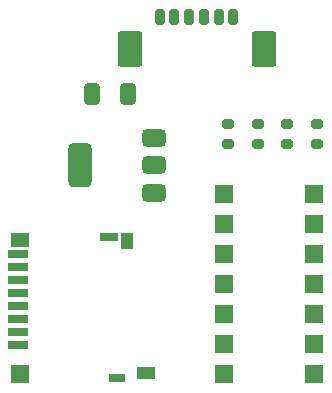
<source format=gbr>
%TF.GenerationSoftware,KiCad,Pcbnew,8.0.5-8.0.5-0~ubuntu20.04.1*%
%TF.CreationDate,2024-10-10T12:20:46-03:00*%
%TF.ProjectId,MicroSD,4d696372-6f53-4442-9e6b-696361645f70,Luis G_mez*%
%TF.SameCoordinates,Original*%
%TF.FileFunction,Paste,Top*%
%TF.FilePolarity,Positive*%
%FSLAX46Y46*%
G04 Gerber Fmt 4.6, Leading zero omitted, Abs format (unit mm)*
G04 Created by KiCad (PCBNEW 8.0.5-8.0.5-0~ubuntu20.04.1) date 2024-10-10 12:20:46*
%MOMM*%
%LPD*%
G01*
G04 APERTURE LIST*
G04 Aperture macros list*
%AMRoundRect*
0 Rectangle with rounded corners*
0 $1 Rounding radius*
0 $2 $3 $4 $5 $6 $7 $8 $9 X,Y pos of 4 corners*
0 Add a 4 corners polygon primitive as box body*
4,1,4,$2,$3,$4,$5,$6,$7,$8,$9,$2,$3,0*
0 Add four circle primitives for the rounded corners*
1,1,$1+$1,$2,$3*
1,1,$1+$1,$4,$5*
1,1,$1+$1,$6,$7*
1,1,$1+$1,$8,$9*
0 Add four rect primitives between the rounded corners*
20,1,$1+$1,$2,$3,$4,$5,0*
20,1,$1+$1,$4,$5,$6,$7,0*
20,1,$1+$1,$6,$7,$8,$9,0*
20,1,$1+$1,$8,$9,$2,$3,0*%
G04 Aperture macros list end*
%ADD10RoundRect,0.200000X-0.275000X0.200000X-0.275000X-0.200000X0.275000X-0.200000X0.275000X0.200000X0*%
%ADD11R,1.600000X1.600000*%
%ADD12RoundRect,0.375000X0.625000X0.375000X-0.625000X0.375000X-0.625000X-0.375000X0.625000X-0.375000X0*%
%ADD13RoundRect,0.500000X0.500000X1.400000X-0.500000X1.400000X-0.500000X-1.400000X0.500000X-1.400000X0*%
%ADD14RoundRect,0.200000X0.275000X-0.200000X0.275000X0.200000X-0.275000X0.200000X-0.275000X-0.200000X0*%
%ADD15RoundRect,0.200000X-0.200000X-0.450000X0.200000X-0.450000X0.200000X0.450000X-0.200000X0.450000X0*%
%ADD16RoundRect,0.250001X-0.799999X-1.249999X0.799999X-1.249999X0.799999X1.249999X-0.799999X1.249999X0*%
%ADD17RoundRect,0.250000X0.412500X0.650000X-0.412500X0.650000X-0.412500X-0.650000X0.412500X-0.650000X0*%
%ADD18R,1.750000X0.700000*%
%ADD19R,1.000000X1.450000*%
%ADD20R,1.550000X1.000000*%
%ADD21R,1.500000X0.800000*%
%ADD22R,1.500000X1.300000*%
%ADD23R,1.500000X1.500000*%
%ADD24R,1.400000X0.800000*%
G04 APERTURE END LIST*
D10*
%TO.C,R2*%
X124300000Y-111010000D03*
X124300000Y-112660000D03*
%TD*%
D11*
%TO.C,U3*%
X126610000Y-116920000D03*
X126610000Y-119460000D03*
X126610000Y-122000000D03*
X126610000Y-124540000D03*
X126610000Y-127080000D03*
X126610000Y-129620000D03*
X126610000Y-132160000D03*
X118990000Y-132160000D03*
X118990000Y-129620000D03*
X118990000Y-127080000D03*
X118990000Y-124540000D03*
X118990000Y-122000000D03*
X118990000Y-119460000D03*
X118990000Y-116920000D03*
%TD*%
D10*
%TO.C,R1*%
X121800000Y-111010000D03*
X121800000Y-112660000D03*
%TD*%
D12*
%TO.C,U2*%
X113030000Y-116790000D03*
X113030000Y-114490000D03*
D13*
X106730000Y-114490000D03*
D12*
X113030000Y-112190000D03*
%TD*%
D10*
%TO.C,R3*%
X126800000Y-111010000D03*
X126800000Y-112660000D03*
%TD*%
D14*
%TO.C,R4*%
X119300000Y-112660000D03*
X119300000Y-111010000D03*
%TD*%
D15*
%TO.C,J2*%
X113500000Y-101910000D03*
X114750000Y-101910000D03*
X116000000Y-101910000D03*
X117250000Y-101910000D03*
X118500000Y-101910000D03*
X119750000Y-101910000D03*
D16*
X110950000Y-104660000D03*
X122300000Y-104660000D03*
%TD*%
D17*
%TO.C,C1*%
X110862500Y-108460000D03*
X107737500Y-108460000D03*
%TD*%
D18*
%TO.C,J1*%
X101530000Y-129670000D03*
X101530000Y-128570000D03*
X101530000Y-127470000D03*
X101530000Y-126370000D03*
X101530000Y-125270000D03*
X101530000Y-124170000D03*
X101530000Y-123070000D03*
X101530000Y-121970000D03*
D19*
X110755000Y-120845000D03*
D20*
X112330000Y-132070000D03*
D21*
X109255000Y-120520000D03*
D22*
X101655000Y-120770000D03*
D23*
X101655000Y-132120000D03*
D24*
X109905000Y-132470000D03*
%TD*%
M02*

</source>
